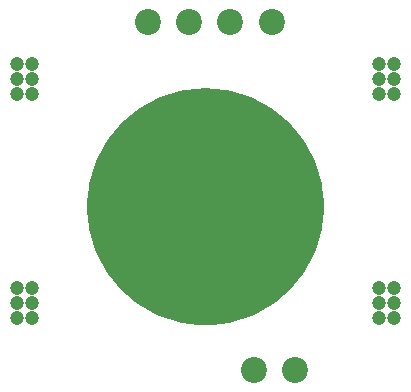
<source format=gbs>
G04*
G04 #@! TF.GenerationSoftware,Altium Limited,Altium Designer,20.1.8 (145)*
G04*
G04 Layer_Color=16711935*
%FSLAX25Y25*%
%MOIN*%
G70*
G04*
G04 #@! TF.SameCoordinates,8766D331-E9FB-46AF-A3FE-A3E5BE2B0BC4*
G04*
G04*
G04 #@! TF.FilePolarity,Negative*
G04*
G01*
G75*
%ADD16C,0.04724*%
%ADD17C,0.08661*%
%ADD24C,0.00000*%
G36*
X375783Y384071D02*
Y382137D01*
X376163Y378287D01*
X376917Y374493D01*
X378040Y370792D01*
X379521Y367218D01*
X381344Y363806D01*
X383493Y360590D01*
X385947Y357600D01*
X388682Y354864D01*
X391672Y352410D01*
X394889Y350261D01*
X398300Y348438D01*
X401874Y346957D01*
X405576Y345835D01*
X409370Y345080D01*
X413219Y344701D01*
X415154D01*
X417088D01*
X420937Y345080D01*
X424731Y345835D01*
X428433Y346957D01*
X432007Y348438D01*
X435418Y350261D01*
X438635Y352410D01*
X441625Y354864D01*
X444360Y357600D01*
X446814Y360590D01*
X448963Y363806D01*
X450787Y367218D01*
X452267Y370792D01*
X453390Y374493D01*
X454144Y378287D01*
X454524Y382137D01*
Y384071D01*
Y386005D01*
X454144Y389855D01*
X453390Y393649D01*
X452267Y397350D01*
X450787Y400924D01*
X448963Y404335D01*
X446814Y407552D01*
X444360Y410542D01*
X441625Y413277D01*
X438635Y415731D01*
X435418Y417880D01*
X432007Y419704D01*
X428433Y421184D01*
X424731Y422307D01*
X420937Y423062D01*
X417088Y423441D01*
X415154D01*
X413219D01*
X409370Y423062D01*
X405576Y422307D01*
X401874Y421184D01*
X398300Y419704D01*
X394889Y417880D01*
X391672Y415731D01*
X388682Y413277D01*
X385947Y410542D01*
X383493Y407552D01*
X381344Y404335D01*
X379521Y400924D01*
X378040Y397350D01*
X376917Y393649D01*
X376163Y389855D01*
X375783Y386005D01*
Y384071D01*
D01*
D02*
G37*
D16*
X473026Y431684D02*
D03*
X478026D02*
D03*
X473026Y426684D02*
D03*
X478026D02*
D03*
X473026Y421684D02*
D03*
X478026D02*
D03*
X352278Y431684D02*
D03*
X357278D02*
D03*
X352278Y426684D02*
D03*
X357278D02*
D03*
X352278Y421684D02*
D03*
X357278D02*
D03*
X473026Y356881D02*
D03*
X478026D02*
D03*
X473026Y351881D02*
D03*
X478026D02*
D03*
X473026Y346881D02*
D03*
X478026D02*
D03*
X357278D02*
D03*
X352278D02*
D03*
X357278Y351881D02*
D03*
X352278D02*
D03*
X357278Y356881D02*
D03*
X352278D02*
D03*
D17*
X395862Y445488D02*
D03*
X409642D02*
D03*
X423421D02*
D03*
X437201D02*
D03*
X431295Y329740D02*
D03*
X445075D02*
D03*
D24*
X454524Y384071D02*
G03*
X454524Y384071I-39370J0D01*
G01*
M02*

</source>
